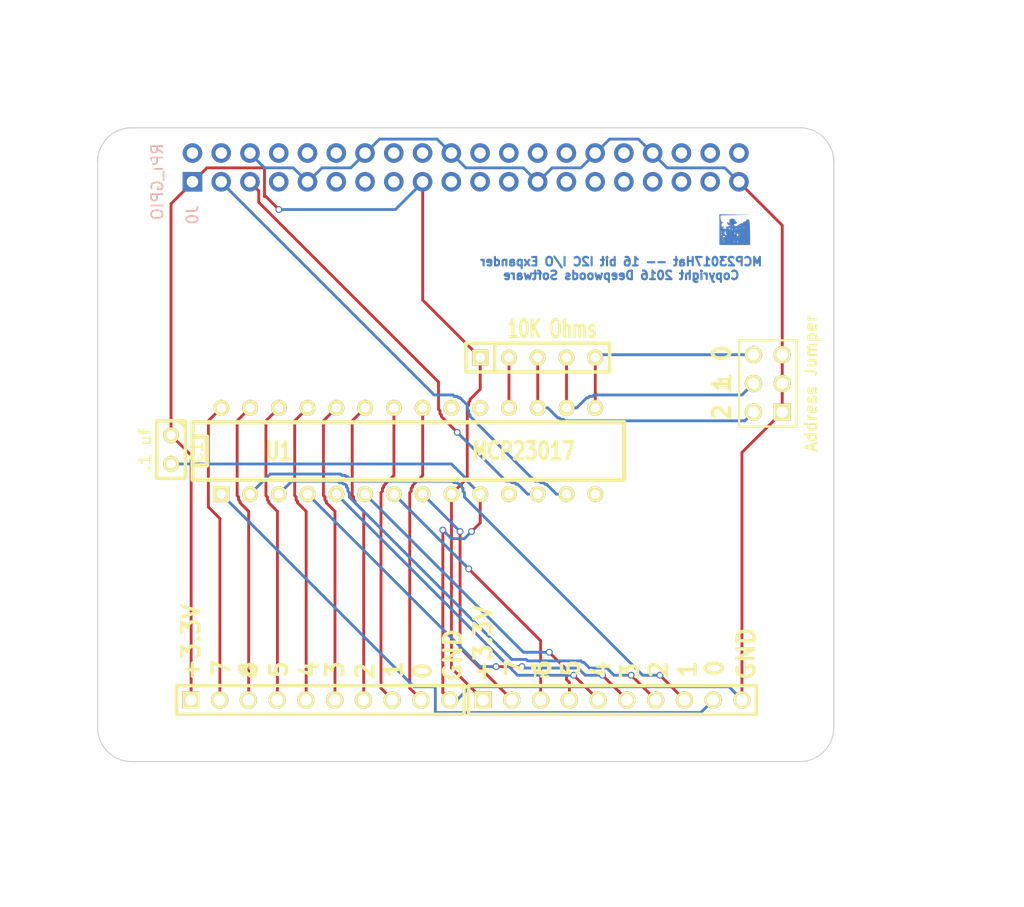
<source format=kicad_pcb>
(kicad_pcb (version 3) (host pcbnew "(2013-june-11)-stable")

  (general
    (links 45)
    (no_connects 0)
    (area 29.28939 20.694 130.847429 101.769)
    (thickness 1.6)
    (drawings 40)
    (tracks 296)
    (zones 0)
    (modules 12)
    (nets 25)
  )

  (page USLetter)
  (title_block 
    (company "Deepwoods Software")
  )

  (layers
    (15 F.Cu signal)
    (0 B.Cu signal)
    (16 B.Adhes user)
    (17 F.Adhes user)
    (18 B.Paste user)
    (19 F.Paste user)
    (20 B.SilkS user)
    (21 F.SilkS user)
    (22 B.Mask user)
    (23 F.Mask user)
    (24 Dwgs.User user)
    (25 Cmts.User user)
    (26 Eco1.User user)
    (27 Eco2.User user)
    (28 Edge.Cuts user)
  )

  (setup
    (last_trace_width 0.25)
    (user_trace_width 0.01)
    (user_trace_width 0.02)
    (user_trace_width 0.05)
    (user_trace_width 0.1)
    (user_trace_width 0.2)
    (trace_clearance 0.2)
    (zone_clearance 0.508)
    (zone_45_only no)
    (trace_min 0.01)
    (segment_width 0.2)
    (edge_width 0.1)
    (via_size 0.6)
    (via_drill 0.4)
    (via_min_size 0.4)
    (via_min_drill 0.3)
    (uvia_size 0.3)
    (uvia_drill 0.1)
    (uvias_allowed no)
    (uvia_min_size 0.2)
    (uvia_min_drill 0.1)
    (pcb_text_width 0.3)
    (pcb_text_size 1.5 1.5)
    (mod_edge_width 0.15)
    (mod_text_size 1 1)
    (mod_text_width 0.15)
    (pad_size 2.75 2.75)
    (pad_drill 2.75)
    (pad_to_mask_clearance 0)
    (aux_axis_origin 0 0)
    (visible_elements 7FFEFFFF)
    (pcbplotparams
      (layerselection 5242881)
      (usegerberextensions false)
      (excludeedgelayer false)
      (linewidth 0.100000)
      (plotframeref false)
      (viasonmask false)
      (mode 1)
      (useauxorigin false)
      (hpglpennumber 1)
      (hpglpenspeed 20)
      (hpglpendiameter 15)
      (hpglpenoverlay 2)
      (psnegative false)
      (psa4output false)
      (plotreference true)
      (plotvalue true)
      (plotothertext true)
      (plotinvisibletext false)
      (padsonsilk false)
      (subtractmaskfromsilk false)
      (outputformat 2)
      (mirror true)
      (drillshape 0)
      (scaleselection 1)
      (outputdirectory meta/))
  )

  (net 0 "")
  (net 1 N-000001)
  (net 2 N-0000010)
  (net 3 N-0000011)
  (net 4 N-0000012)
  (net 5 N-0000013)
  (net 6 N-0000014)
  (net 7 N-0000015)
  (net 8 N-0000016)
  (net 9 N-0000017)
  (net 10 N-000002)
  (net 11 N-0000020)
  (net 12 N-0000021)
  (net 13 N-000003)
  (net 14 N-000004)
  (net 15 N-000005)
  (net 16 N-0000053)
  (net 17 N-0000054)
  (net 18 N-0000055)
  (net 19 N-000006)
  (net 20 N-000007)
  (net 21 N-000008)
  (net 22 N-000009)
  (net 23 VDD)
  (net 24 VSS)

  (net_class Default "This is the default net class."
    (clearance 0.2)
    (trace_width 0.25)
    (via_dia 0.6)
    (via_drill 0.4)
    (uvia_dia 0.3)
    (uvia_drill 0.1)
    (add_net "")
    (add_net N-000001)
    (add_net N-0000010)
    (add_net N-0000011)
    (add_net N-0000012)
    (add_net N-0000013)
    (add_net N-0000014)
    (add_net N-0000015)
    (add_net N-0000016)
    (add_net N-0000017)
    (add_net N-000002)
    (add_net N-0000020)
    (add_net N-0000021)
    (add_net N-000003)
    (add_net N-000004)
    (add_net N-000005)
    (add_net N-0000053)
    (add_net N-0000054)
    (add_net N-0000055)
    (add_net N-000006)
    (add_net N-000007)
    (add_net N-000008)
    (add_net N-000009)
    (add_net VDD)
    (add_net VSS)
  )

  (module SIL-5 (layer F.Cu) (tedit 583893CC) (tstamp 58389148)
    (at 78.232 52.197)
    (descr "Connecteur 5 pins")
    (tags "CONN DEV")
    (path /583890F5)
    (fp_text reference RR1 (at -0.635 -2.54) (layer F.SilkS) hide
      (effects (font (size 1.72974 1.08712) (thickness 0.27178)))
    )
    (fp_text value "10K Ohms" (at 0 -2.54) (layer F.SilkS)
      (effects (font (size 1.524 1.016) (thickness 0.254)))
    )
    (fp_line (start -7.62 1.27) (end -7.62 -1.27) (layer F.SilkS) (width 0.3048))
    (fp_line (start -7.62 -1.27) (end 5.08 -1.27) (layer F.SilkS) (width 0.3048))
    (fp_line (start 5.08 -1.27) (end 5.08 1.27) (layer F.SilkS) (width 0.3048))
    (fp_line (start 5.08 1.27) (end -7.62 1.27) (layer F.SilkS) (width 0.3048))
    (fp_line (start -5.08 1.27) (end -5.08 -1.27) (layer F.SilkS) (width 0.3048))
    (pad 1 thru_hole rect (at -6.35 0) (size 1.397 1.397) (drill 0.8128)
      (layers *.Cu *.Mask F.SilkS)
      (net 23 VDD)
    )
    (pad 2 thru_hole circle (at -3.81 0) (size 1.397 1.397) (drill 0.8128)
      (layers *.Cu *.Mask F.SilkS)
      (net 12 N-0000021)
    )
    (pad 3 thru_hole circle (at -1.27 0) (size 1.397 1.397) (drill 0.8128)
      (layers *.Cu *.Mask F.SilkS)
      (net 16 N-0000053)
    )
    (pad 4 thru_hole circle (at 1.27 0) (size 1.397 1.397) (drill 0.8128)
      (layers *.Cu *.Mask F.SilkS)
      (net 17 N-0000054)
    )
    (pad 5 thru_hole circle (at 3.81 0) (size 1.397 1.397) (drill 0.8128)
      (layers *.Cu *.Mask F.SilkS)
      (net 18 N-0000055)
    )
    (model walter/pth_resistors/r-sil_5.wrl
      (at (xyz -0.05 0 0))
      (scale (xyz 1 1 1))
      (rotate (xyz 0 0 0))
    )
  )

  (module ScrewTerm_2.54-10 (layer F.Cu) (tedit 59344AD6) (tstamp 5936EFF1)
    (at 77.216 82.4484)
    (descr "Screw Terminals, 2.54 pitch, 10 position")
    (tags CONN)
    (path /581E3F5A)
    (fp_text reference T2 (at 0 -2.54) (layer F.SilkS)
      (effects (font (size 1.016 1.016) (thickness 0.2032)))
    )
    (fp_text value GP1 (at 0 2.54) (layer F.SilkS) hide
      (effects (font (size 1.016 1.016) (thickness 0.2032)))
    )
    (fp_line (start -6.35 -1.27) (end -6.35 1.27) (layer F.SilkS) (width 0.3048))
    (fp_line (start 19.05 1.27) (end 19.05 -1.27) (layer F.SilkS) (width 0.3048))
    (fp_line (start -6.35 -1.27) (end 19.05 -1.27) (layer F.SilkS) (width 0.3048))
    (fp_line (start 19.05 1.27) (end -6.35 1.27) (layer F.SilkS) (width 0.3048))
    (pad 1 thru_hole rect (at -5.08 0) (size 1.524 1.524) (drill 1.016)
      (layers *.Cu *.Mask F.SilkS)
      (net 23 VDD)
    )
    (pad 2 thru_hole circle (at -2.54 0) (size 1.524 1.524) (drill 1.016)
      (layers *.Cu *.Mask F.SilkS)
      (net 10 N-000002)
    )
    (pad 3 thru_hole circle (at 0 0) (size 1.524 1.524) (drill 1.016)
      (layers *.Cu *.Mask F.SilkS)
      (net 13 N-000003)
    )
    (pad 4 thru_hole circle (at 2.54 0) (size 1.524 1.524) (drill 1.016)
      (layers *.Cu *.Mask F.SilkS)
      (net 14 N-000004)
    )
    (pad 5 thru_hole circle (at 5.08 0) (size 1.524 1.524) (drill 1.016)
      (layers *.Cu *.Mask F.SilkS)
      (net 15 N-000005)
    )
    (pad 6 thru_hole circle (at 7.62 0) (size 1.524 1.524) (drill 1.016)
      (layers *.Cu *.Mask F.SilkS)
      (net 19 N-000006)
    )
    (pad 7 thru_hole circle (at 10.16 0) (size 1.524 1.524) (drill 1.016)
      (layers *.Cu *.Mask F.SilkS)
      (net 20 N-000007)
    )
    (pad 8 thru_hole circle (at 12.7 0) (size 1.524 1.524) (drill 1.016)
      (layers *.Cu *.Mask F.SilkS)
      (net 21 N-000008)
    )
    (pad 9 thru_hole circle (at 15.24 0) (size 1.524 1.524) (drill 1.016)
      (layers *.Cu *.Mask F.SilkS)
      (net 22 N-000009)
    )
    (pad 10 thru_hole circle (at 17.78 0) (size 1.524 1.524) (drill 1.016)
      (layers *.Cu *.Mask F.SilkS)
      (net 24 VSS)
    )
    (model walter/conn_screw/mors_10p.wrl
      (at (xyz 0.25 0 0))
      (scale (xyz 0.5 0.5 0.5))
      (rotate (xyz 0 0 180))
    )
  )

  (module ScrewTerm_2.54-10 (layer F.Cu) (tedit 59344AD6) (tstamp 0)
    (at 51.4096 82.4484)
    (descr "Screw Terminals, 2.54 pitch, 10 position")
    (tags CONN)
    (path /581E3F5A)
    (fp_text reference T1 (at 0 -2.54) (layer F.SilkS)
      (effects (font (size 1.016 1.016) (thickness 0.2032)))
    )
    (fp_text value GP0 (at 0 2.54) (layer F.SilkS) hide
      (effects (font (size 1.016 1.016) (thickness 0.2032)))
    )
    (fp_line (start -6.35 -1.27) (end -6.35 1.27) (layer F.SilkS) (width 0.3048))
    (fp_line (start 19.05 1.27) (end 19.05 -1.27) (layer F.SilkS) (width 0.3048))
    (fp_line (start -6.35 -1.27) (end 19.05 -1.27) (layer F.SilkS) (width 0.3048))
    (fp_line (start 19.05 1.27) (end -6.35 1.27) (layer F.SilkS) (width 0.3048))
    (pad 1 thru_hole rect (at -5.08 0) (size 1.524 1.524) (drill 1.016)
      (layers *.Cu *.Mask F.SilkS)
      (net 23 VDD)
    )
    (pad 2 thru_hole circle (at -2.54 0) (size 1.524 1.524) (drill 1.016)
      (layers *.Cu *.Mask F.SilkS)
      (net 2 N-0000010)
    )
    (pad 3 thru_hole circle (at 0 0) (size 1.524 1.524) (drill 1.016)
      (layers *.Cu *.Mask F.SilkS)
      (net 3 N-0000011)
    )
    (pad 4 thru_hole circle (at 2.54 0) (size 1.524 1.524) (drill 1.016)
      (layers *.Cu *.Mask F.SilkS)
      (net 4 N-0000012)
    )
    (pad 5 thru_hole circle (at 5.08 0) (size 1.524 1.524) (drill 1.016)
      (layers *.Cu *.Mask F.SilkS)
      (net 5 N-0000013)
    )
    (pad 6 thru_hole circle (at 7.62 0) (size 1.524 1.524) (drill 1.016)
      (layers *.Cu *.Mask F.SilkS)
      (net 6 N-0000014)
    )
    (pad 7 thru_hole circle (at 10.16 0) (size 1.524 1.524) (drill 1.016)
      (layers *.Cu *.Mask F.SilkS)
      (net 7 N-0000015)
    )
    (pad 8 thru_hole circle (at 12.7 0) (size 1.524 1.524) (drill 1.016)
      (layers *.Cu *.Mask F.SilkS)
      (net 11 N-0000020)
    )
    (pad 9 thru_hole circle (at 15.24 0) (size 1.524 1.524) (drill 1.016)
      (layers *.Cu *.Mask F.SilkS)
      (net 1 N-000001)
    )
    (pad 10 thru_hole circle (at 17.78 0) (size 1.524 1.524) (drill 1.016)
      (layers *.Cu *.Mask F.SilkS)
      (net 24 VSS)
    )
    (model walter/conn_screw/mors_10p.wrl
      (at (xyz 0.25 0 0))
      (scale (xyz 0.5 0.5 0.5))
      (rotate (xyz 0 0 180))
    )
  )

  (module RPi_Hat:Pin_Header_Straight_2x20   locked (layer B.Cu) (tedit 580FA54B) (tstamp 5516AEA0)
    (at 70.601 35.394 90)
    (descr "Through hole pin header")
    (tags "pin header")
    (path /5516AE26)
    (fp_text reference J0 (at -4.191 -24.13 90) (layer B.SilkS)
      (effects (font (size 1 1) (thickness 0.15)) (justify mirror))
    )
    (fp_text value RPi_GPIO (at -1.27 -27.23 90) (layer B.SilkS)
      (effects (font (size 1 1) (thickness 0.15)) (justify mirror))
    )
    (fp_line (start -3.02 -25.88) (end -3.02 25.92) (layer Cmts.User) (width 0.05))
    (fp_line (start 3.03 -25.88) (end 3.03 25.92) (layer Cmts.User) (width 0.05))
    (fp_line (start -3.02 -25.88) (end 3.03 -25.88) (layer Cmts.User) (width 0.05))
    (fp_line (start -3.02 25.92) (end 3.03 25.92) (layer Cmts.User) (width 0.05))
    (fp_line (start 2.54 25.4) (end 2.54 -25.4) (layer Cmts.User) (width 0.15))
    (fp_line (start -2.54 -22.86) (end -2.54 25.4) (layer Cmts.User) (width 0.15))
    (fp_line (start 2.54 25.4) (end -2.54 25.4) (layer Cmts.User) (width 0.15))
    (fp_line (start 2.54 -25.4) (end 0 -25.4) (layer Cmts.User) (width 0.15))
    (fp_line (start -1.27 -25.68) (end -2.82 -25.68) (layer Cmts.User) (width 0.15))
    (fp_line (start 0 -25.4) (end 0 -22.86) (layer Cmts.User) (width 0.15))
    (fp_line (start 0 -22.86) (end -2.54 -22.86) (layer Cmts.User) (width 0.15))
    (fp_line (start -2.82 -25.68) (end -2.82 -24.13) (layer Cmts.User) (width 0.15))
    (pad 1 thru_hole rect (at -1.27 -24.13 90) (size 1.7272 1.7272) (drill 1.016)
      (layers *.Cu *.Mask)
      (net 23 VDD)
    )
    (pad 2 thru_hole oval (at 1.27 -24.13 90) (size 1.7272 1.7272) (drill 1.016)
      (layers *.Cu *.Mask)
    )
    (pad 3 thru_hole oval (at -1.27 -21.59 90) (size 1.7272 1.7272) (drill 1.016)
      (layers *.Cu *.Mask)
      (net 9 N-0000017)
    )
    (pad 4 thru_hole oval (at 1.27 -21.59 90) (size 1.7272 1.7272) (drill 1.016)
      (layers *.Cu *.Mask)
    )
    (pad 5 thru_hole oval (at -1.27 -19.05 90) (size 1.7272 1.7272) (drill 1.016)
      (layers *.Cu *.Mask)
      (net 8 N-0000016)
    )
    (pad 6 thru_hole oval (at 1.27 -19.05 90) (size 1.7272 1.7272) (drill 1.016)
      (layers *.Cu *.Mask)
      (net 24 VSS)
    )
    (pad 7 thru_hole oval (at -1.27 -16.51 90) (size 1.7272 1.7272) (drill 1.016)
      (layers *.Cu *.Mask)
    )
    (pad 8 thru_hole oval (at 1.27 -16.51 90) (size 1.7272 1.7272) (drill 1.016)
      (layers *.Cu *.Mask)
    )
    (pad 9 thru_hole oval (at -1.27 -13.97 90) (size 1.7272 1.7272) (drill 1.016)
      (layers *.Cu *.Mask)
      (net 24 VSS)
    )
    (pad 10 thru_hole oval (at 1.27 -13.97 90) (size 1.7272 1.7272) (drill 1.016)
      (layers *.Cu *.Mask)
    )
    (pad 11 thru_hole oval (at -1.27 -11.43 90) (size 1.7272 1.7272) (drill 1.016)
      (layers *.Cu *.Mask)
    )
    (pad 12 thru_hole oval (at 1.27 -11.43 90) (size 1.7272 1.7272) (drill 1.016)
      (layers *.Cu *.Mask)
    )
    (pad 13 thru_hole oval (at -1.27 -8.89 90) (size 1.7272 1.7272) (drill 1.016)
      (layers *.Cu *.Mask)
    )
    (pad 14 thru_hole oval (at 1.27 -8.89 90) (size 1.7272 1.7272) (drill 1.016)
      (layers *.Cu *.Mask)
      (net 24 VSS)
    )
    (pad 15 thru_hole oval (at -1.27 -6.35 90) (size 1.7272 1.7272) (drill 1.016)
      (layers *.Cu *.Mask)
    )
    (pad 16 thru_hole oval (at 1.27 -6.35 90) (size 1.7272 1.7272) (drill 1.016)
      (layers *.Cu *.Mask)
    )
    (pad 17 thru_hole oval (at -1.27 -3.81 90) (size 1.7272 1.7272) (drill 1.016)
      (layers *.Cu *.Mask)
      (net 23 VDD)
    )
    (pad 18 thru_hole oval (at 1.27 -3.81 90) (size 1.7272 1.7272) (drill 1.016)
      (layers *.Cu *.Mask)
    )
    (pad 19 thru_hole oval (at -1.27 -1.27 90) (size 1.7272 1.7272) (drill 1.016)
      (layers *.Cu *.Mask)
    )
    (pad 20 thru_hole oval (at 1.27 -1.27 90) (size 1.7272 1.7272) (drill 1.016)
      (layers *.Cu *.Mask)
      (net 24 VSS)
    )
    (pad 21 thru_hole oval (at -1.27 1.27 90) (size 1.7272 1.7272) (drill 1.016)
      (layers *.Cu *.Mask)
    )
    (pad 22 thru_hole oval (at 1.27 1.27 90) (size 1.7272 1.7272) (drill 1.016)
      (layers *.Cu *.Mask)
    )
    (pad 23 thru_hole oval (at -1.27 3.81 90) (size 1.7272 1.7272) (drill 1.016)
      (layers *.Cu *.Mask)
    )
    (pad 24 thru_hole oval (at 1.27 3.81 90) (size 1.7272 1.7272) (drill 1.016)
      (layers *.Cu *.Mask)
    )
    (pad 25 thru_hole oval (at -1.27 6.35 90) (size 1.7272 1.7272) (drill 1.016)
      (layers *.Cu *.Mask)
      (net 24 VSS)
    )
    (pad 26 thru_hole oval (at 1.27 6.35 90) (size 1.7272 1.7272) (drill 1.016)
      (layers *.Cu *.Mask)
    )
    (pad 27 thru_hole oval (at -1.27 8.89 90) (size 1.7272 1.7272) (drill 1.016)
      (layers *.Cu *.Mask)
    )
    (pad 28 thru_hole oval (at 1.27 8.89 90) (size 1.7272 1.7272) (drill 1.016)
      (layers *.Cu *.Mask)
    )
    (pad 29 thru_hole oval (at -1.27 11.43 90) (size 1.7272 1.7272) (drill 1.016)
      (layers *.Cu *.Mask)
    )
    (pad 30 thru_hole oval (at 1.27 11.43 90) (size 1.7272 1.7272) (drill 1.016)
      (layers *.Cu *.Mask)
      (net 24 VSS)
    )
    (pad 31 thru_hole oval (at -1.27 13.97 90) (size 1.7272 1.7272) (drill 1.016)
      (layers *.Cu *.Mask)
    )
    (pad 32 thru_hole oval (at 1.27 13.97 90) (size 1.7272 1.7272) (drill 1.016)
      (layers *.Cu *.Mask)
    )
    (pad 33 thru_hole oval (at -1.27 16.51 90) (size 1.7272 1.7272) (drill 1.016)
      (layers *.Cu *.Mask)
    )
    (pad 34 thru_hole oval (at 1.27 16.51 90) (size 1.7272 1.7272) (drill 1.016)
      (layers *.Cu *.Mask)
      (net 24 VSS)
    )
    (pad 35 thru_hole oval (at -1.27 19.05 90) (size 1.7272 1.7272) (drill 1.016)
      (layers *.Cu *.Mask)
    )
    (pad 36 thru_hole oval (at 1.27 19.05 90) (size 1.7272 1.7272) (drill 1.016)
      (layers *.Cu *.Mask)
    )
    (pad 37 thru_hole oval (at -1.27 21.59 90) (size 1.7272 1.7272) (drill 1.016)
      (layers *.Cu *.Mask)
    )
    (pad 38 thru_hole oval (at 1.27 21.59 90) (size 1.7272 1.7272) (drill 1.016)
      (layers *.Cu *.Mask)
    )
    (pad 39 thru_hole oval (at -1.27 24.13 90) (size 1.7272 1.7272) (drill 1.016)
      (layers *.Cu *.Mask)
      (net 24 VSS)
    )
    (pad 40 thru_hole oval (at 1.27 24.13 90) (size 1.7272 1.7272) (drill 1.016)
      (layers *.Cu *.Mask)
    )
    (model walter/pin_strip/pin_socket_20x2.wrl
      (at (xyz 0 0 0))
      (scale (xyz 1 1 1))
      (rotate (xyz 0 0 90))
    )
    (model walter/pin_strip/pin_strip_20x2.wrl
      (at (xyz 0 0 0.03125))
      (scale (xyz 1 1 1))
      (rotate (xyz 180 0 90))
    )
  )

  (module RPi_Hat:RPi_Hat_Mounting_Hole   locked (layer B.Cu) (tedit 580FABD5) (tstamp 5515DEA9)
    (at 99.601 35.394)
    (descr "Mounting hole, Befestigungsbohrung, 2,7mm, No Annular, Kein Restring,")
    (tags "Mounting hole, Befestigungsbohrung, 2,7mm, No Annular, Kein Restring,")
    (fp_text reference H2 (at 0 -4.0005) (layer B.SilkS) hide
      (effects (font (size 1 1) (thickness 0.15)) (justify mirror))
    )
    (fp_text value "" (at 0.09906 3.59918) (layer B.SilkS) hide
      (effects (font (size 1 1) (thickness 0.15)) (justify mirror))
    )
    (fp_circle (center 0 0) (end 1.375 0) (layer Cmts.User) (width 0.15))
    (fp_circle (center 0 0) (end 3.1 0) (layer Cmts.User) (width 0.15))
    (fp_circle (center 0 0) (end 3.1 0) (layer Cmts.User) (width 0.15))
    (fp_circle (center 0 0) (end 1.375 0) (layer Cmts.User) (width 0.15))
    (fp_circle (center 0 0) (end 3.1 0) (layer Cmts.User) (width 0.15))
    (fp_circle (center 0 0) (end 3.1 0) (layer Cmts.User) (width 0.15))
    (pad "" np_thru_hole circle (at 0 0) (size 2.75 2.75) (drill 2.75)
      (layers *.Cu *.Mask)
      (solder_mask_margin 1.725)
      (clearance 1.725)
    )
  )

  (module RPi_Hat:RPi_Hat_Mounting_Hole   locked (layer B.Cu) (tedit 580FABF4) (tstamp 55169DC9)
    (at 99.601 84.394)
    (descr "Mounting hole, Befestigungsbohrung, 2,7mm, No Annular, Kein Restring,")
    (tags "Mounting hole, Befestigungsbohrung, 2,7mm, No Annular, Kein Restring,")
    (fp_text reference H4 (at 0 -4.0005) (layer B.SilkS) hide
      (effects (font (size 1 1) (thickness 0.15)) (justify mirror))
    )
    (fp_text value "" (at 0.09906 3.59918) (layer B.SilkS) hide
      (effects (font (size 1 1) (thickness 0.15)) (justify mirror))
    )
    (fp_circle (center 0 0) (end 1.375 0) (layer Cmts.User) (width 0.15))
    (fp_circle (center 0 0) (end 3.1 0) (layer Cmts.User) (width 0.15))
    (fp_circle (center 0 0) (end 3.1 0) (layer Cmts.User) (width 0.15))
    (fp_circle (center 0 0) (end 1.375 0) (layer Cmts.User) (width 0.15))
    (fp_circle (center 0 0) (end 3.1 0) (layer Cmts.User) (width 0.15))
    (fp_circle (center 0 0) (end 3.1 0) (layer Cmts.User) (width 0.15))
    (pad "" np_thru_hole circle (at 0 0) (size 2.75 2.75) (drill 2.75)
      (layers *.Cu *.Mask)
      (solder_mask_margin 1.725)
      (clearance 1.725)
    )
  )

  (module RPi_Hat:RPi_Hat_Mounting_Hole   locked (layer B.Cu) (tedit 580FABE5) (tstamp 5515DECC)
    (at 41.601 84.394)
    (descr "Mounting hole, Befestigungsbohrung, 2,7mm, No Annular, Kein Restring,")
    (tags "Mounting hole, Befestigungsbohrung, 2,7mm, No Annular, Kein Restring,")
    (fp_text reference H3 (at 0 -4.0005) (layer B.SilkS) hide
      (effects (font (size 1 1) (thickness 0.15)) (justify mirror))
    )
    (fp_text value "" (at 0.09906 3.59918) (layer B.SilkS) hide
      (effects (font (size 1 1) (thickness 0.15)) (justify mirror))
    )
    (fp_circle (center 0 0) (end 1.375 0) (layer Cmts.User) (width 0.15))
    (fp_circle (center 0 0) (end 3.1 0) (layer Cmts.User) (width 0.15))
    (fp_circle (center 0 0) (end 3.1 0) (layer Cmts.User) (width 0.15))
    (fp_circle (center 0 0) (end 1.375 0) (layer Cmts.User) (width 0.15))
    (fp_circle (center 0 0) (end 3.1 0) (layer Cmts.User) (width 0.15))
    (fp_circle (center 0 0) (end 3.1 0) (layer Cmts.User) (width 0.15))
    (pad "" np_thru_hole circle (at 0 0) (size 2.75 2.75) (drill 2.75)
      (layers *.Cu *.Mask)
      (solder_mask_margin 1.725)
      (clearance 1.725)
    )
  )

  (module RPi_Hat:RPi_Hat_Mounting_Hole   locked (layer B.Cu) (tedit 580FABC5) (tstamp 5515DEBF)
    (at 41.601 35.394)
    (descr "Mounting hole, Befestigungsbohrung, 2,7mm, No Annular, Kein Restring,")
    (tags "Mounting hole, Befestigungsbohrung, 2,7mm, No Annular, Kein Restring,")
    (fp_text reference H1 (at 0 -4.0005) (layer B.SilkS) hide
      (effects (font (size 1 1) (thickness 0.15)) (justify mirror))
    )
    (fp_text value "" (at 0.09906 3.59918) (layer B.SilkS) hide
      (effects (font (size 1 1) (thickness 0.15)) (justify mirror))
    )
    (fp_circle (center 0 0) (end 1.375 0) (layer Cmts.User) (width 0.15))
    (fp_circle (center 0 0) (end 3.1 0) (layer Cmts.User) (width 0.15))
    (fp_circle (center 0 0) (end 3.1 0) (layer Cmts.User) (width 0.15))
    (fp_circle (center 0 0) (end 1.375 0) (layer Cmts.User) (width 0.15))
    (fp_circle (center 0 0) (end 3.1 0) (layer Cmts.User) (width 0.15))
    (fp_circle (center 0 0) (end 3.1 0) (layer Cmts.User) (width 0.15))
    (pad "" np_thru_hole circle (at 0 0) (size 2.75 2.75) (drill 2.75)
      (layers *.Cu *.Mask)
      (solder_mask_margin 1.725)
      (clearance 1.725)
    )
  )

  (module pin_array_3x2 (layer F.Cu) (tedit 581F88EB) (tstamp 581F84E5)
    (at 97.282 54.483 90)
    (descr "Double rangee de contacts 2 x 4 pins")
    (tags CONN)
    (path /581F7DF9)
    (fp_text reference J1 (at 0 -3.81 90) (layer F.SilkS)
      (effects (font (size 1.016 1.016) (thickness 0.2032)))
    )
    (fp_text value "Address Jumper" (at 0 3.81 90) (layer F.SilkS)
      (effects (font (size 1.016 1.016) (thickness 0.2032)))
    )
    (fp_line (start 3.81 2.54) (end -3.81 2.54) (layer F.SilkS) (width 0.2032))
    (fp_line (start -3.81 -2.54) (end 3.81 -2.54) (layer F.SilkS) (width 0.2032))
    (fp_line (start 3.81 -2.54) (end 3.81 2.54) (layer F.SilkS) (width 0.2032))
    (fp_line (start -3.81 2.54) (end -3.81 -2.54) (layer F.SilkS) (width 0.2032))
    (pad 1 thru_hole rect (at -2.54 1.27 90) (size 1.524 1.524) (drill 1.016)
      (layers *.Cu *.Mask F.SilkS)
      (net 24 VSS)
    )
    (pad 2 thru_hole circle (at -2.54 -1.27 90) (size 1.524 1.524) (drill 1.016)
      (layers *.Cu *.Mask F.SilkS)
      (net 16 N-0000053)
    )
    (pad 3 thru_hole circle (at 0 1.27 90) (size 1.524 1.524) (drill 1.016)
      (layers *.Cu *.Mask F.SilkS)
      (net 24 VSS)
    )
    (pad 4 thru_hole circle (at 0 -1.27 90) (size 1.524 1.524) (drill 1.016)
      (layers *.Cu *.Mask F.SilkS)
      (net 17 N-0000054)
    )
    (pad 5 thru_hole circle (at 2.54 1.27 90) (size 1.524 1.524) (drill 1.016)
      (layers *.Cu *.Mask F.SilkS)
      (net 24 VSS)
    )
    (pad 6 thru_hole circle (at 2.54 -1.27 90) (size 1.524 1.524) (drill 1.016)
      (layers *.Cu *.Mask F.SilkS)
      (net 18 N-0000055)
    )
    (model pin_array/pins_array_3x2.wrl
      (at (xyz 0 0 0))
      (scale (xyz 1 1 1))
      (rotate (xyz 0 0 0))
    )
  )

  (module DIP-28__300   locked   placed (layer F.Cu) (tedit 200000) (tstamp 581F850C)
    (at 65.532 60.452)
    (descr "28 pins DIL package, round pads, width 300mil")
    (tags DIL)
    (path /58389039)
    (fp_text reference U1 (at -11.43 0) (layer F.SilkS)
      (effects (font (size 1.524 1.143) (thickness 0.3048)))
    )
    (fp_text value MCP23017 (at 10.16 0) (layer F.SilkS)
      (effects (font (size 1.524 1.143) (thickness 0.3048)))
    )
    (fp_line (start -19.05 -2.54) (end 19.05 -2.54) (layer F.SilkS) (width 0.381))
    (fp_line (start 19.05 -2.54) (end 19.05 2.54) (layer F.SilkS) (width 0.381))
    (fp_line (start 19.05 2.54) (end -19.05 2.54) (layer F.SilkS) (width 0.381))
    (fp_line (start -19.05 2.54) (end -19.05 -2.54) (layer F.SilkS) (width 0.381))
    (fp_line (start -19.05 -1.27) (end -17.78 -1.27) (layer F.SilkS) (width 0.381))
    (fp_line (start -17.78 -1.27) (end -17.78 1.27) (layer F.SilkS) (width 0.381))
    (fp_line (start -17.78 1.27) (end -19.05 1.27) (layer F.SilkS) (width 0.381))
    (pad 2 thru_hole circle (at -13.97 3.81) (size 1.397 1.397) (drill 0.8128)
      (layers *.Cu *.Mask F.SilkS)
      (net 21 N-000008)
    )
    (pad 3 thru_hole circle (at -11.43 3.81) (size 1.397 1.397) (drill 0.8128)
      (layers *.Cu *.Mask F.SilkS)
      (net 20 N-000007)
    )
    (pad 4 thru_hole circle (at -8.89 3.81) (size 1.397 1.397) (drill 0.8128)
      (layers *.Cu *.Mask F.SilkS)
      (net 19 N-000006)
    )
    (pad 5 thru_hole circle (at -6.35 3.81) (size 1.397 1.397) (drill 0.8128)
      (layers *.Cu *.Mask F.SilkS)
      (net 15 N-000005)
    )
    (pad 6 thru_hole circle (at -3.81 3.81) (size 1.397 1.397) (drill 0.8128)
      (layers *.Cu *.Mask F.SilkS)
      (net 14 N-000004)
    )
    (pad 7 thru_hole circle (at -1.27 3.81) (size 1.397 1.397) (drill 0.8128)
      (layers *.Cu *.Mask F.SilkS)
      (net 13 N-000003)
    )
    (pad 8 thru_hole circle (at 1.27 3.81) (size 1.397 1.397) (drill 0.8128)
      (layers *.Cu *.Mask F.SilkS)
      (net 10 N-000002)
    )
    (pad 9 thru_hole circle (at 3.81 3.81) (size 1.397 1.397) (drill 0.8128)
      (layers *.Cu *.Mask F.SilkS)
      (net 23 VDD)
    )
    (pad 10 thru_hole circle (at 6.35 3.81) (size 1.397 1.397) (drill 0.8128)
      (layers *.Cu *.Mask F.SilkS)
      (net 24 VSS)
    )
    (pad 11 thru_hole circle (at 8.89 3.81) (size 1.397 1.397) (drill 0.8128)
      (layers *.Cu *.Mask F.SilkS)
    )
    (pad 12 thru_hole circle (at 11.43 3.81) (size 1.397 1.397) (drill 0.8128)
      (layers *.Cu *.Mask F.SilkS)
      (net 8 N-0000016)
    )
    (pad 13 thru_hole circle (at 13.97 3.81) (size 1.397 1.397) (drill 0.8128)
      (layers *.Cu *.Mask F.SilkS)
      (net 9 N-0000017)
    )
    (pad 14 thru_hole circle (at 16.51 3.81) (size 1.397 1.397) (drill 0.8128)
      (layers *.Cu *.Mask F.SilkS)
    )
    (pad 1 thru_hole rect (at -16.51 3.81) (size 1.397 1.397) (drill 0.8128)
      (layers *.Cu *.Mask F.SilkS)
      (net 22 N-000009)
    )
    (pad 15 thru_hole circle (at 16.51 -3.81) (size 1.397 1.397) (drill 0.8128)
      (layers *.Cu *.Mask F.SilkS)
      (net 18 N-0000055)
    )
    (pad 16 thru_hole circle (at 13.97 -3.81) (size 1.397 1.397) (drill 0.8128)
      (layers *.Cu *.Mask F.SilkS)
      (net 17 N-0000054)
    )
    (pad 17 thru_hole circle (at 11.43 -3.81) (size 1.397 1.397) (drill 0.8128)
      (layers *.Cu *.Mask F.SilkS)
      (net 16 N-0000053)
    )
    (pad 18 thru_hole circle (at 8.89 -3.81) (size 1.397 1.397) (drill 0.8128)
      (layers *.Cu *.Mask F.SilkS)
      (net 12 N-0000021)
    )
    (pad 19 thru_hole circle (at 6.35 -3.81) (size 1.397 1.397) (drill 0.8128)
      (layers *.Cu *.Mask F.SilkS)
    )
    (pad 20 thru_hole circle (at 3.81 -3.81) (size 1.397 1.397) (drill 0.8128)
      (layers *.Cu *.Mask F.SilkS)
    )
    (pad 21 thru_hole circle (at 1.27 -3.81) (size 1.397 1.397) (drill 0.8128)
      (layers *.Cu *.Mask F.SilkS)
      (net 1 N-000001)
    )
    (pad 22 thru_hole circle (at -1.27 -3.81) (size 1.397 1.397) (drill 0.8128)
      (layers *.Cu *.Mask F.SilkS)
      (net 11 N-0000020)
    )
    (pad 23 thru_hole circle (at -3.81 -3.81) (size 1.397 1.397) (drill 0.8128)
      (layers *.Cu *.Mask F.SilkS)
      (net 7 N-0000015)
    )
    (pad 24 thru_hole circle (at -6.35 -3.81) (size 1.397 1.397) (drill 0.8128)
      (layers *.Cu *.Mask F.SilkS)
      (net 6 N-0000014)
    )
    (pad 25 thru_hole circle (at -8.89 -3.81) (size 1.397 1.397) (drill 0.8128)
      (layers *.Cu *.Mask F.SilkS)
      (net 5 N-0000013)
    )
    (pad 26 thru_hole circle (at -11.43 -3.81) (size 1.397 1.397) (drill 0.8128)
      (layers *.Cu *.Mask F.SilkS)
      (net 4 N-0000012)
    )
    (pad 27 thru_hole circle (at -13.97 -3.81) (size 1.397 1.397) (drill 0.8128)
      (layers *.Cu *.Mask F.SilkS)
      (net 3 N-0000011)
    )
    (pad 28 thru_hole circle (at -16.51 -3.81) (size 1.397 1.397) (drill 0.8128)
      (layers *.Cu *.Mask F.SilkS)
      (net 2 N-0000010)
    )
    (model dil/dil_28-w300.wrl
      (at (xyz 0 0 0))
      (scale (xyz 1 1 1))
      (rotate (xyz 0 0 0))
    )
  )

  (module C1   locked   placed (layer F.Cu) (tedit 58389408) (tstamp 581F8522)
    (at 44.577 60.325 270)
    (descr "Condensateur e = 1 pas")
    (tags C)
    (path /581F8250)
    (fp_text reference C1 (at 0.254 -2.286 270) (layer F.SilkS)
      (effects (font (size 1.016 1.016) (thickness 0.2032)))
    )
    (fp_text value ".1 uf" (at 0 2.286 270) (layer F.SilkS)
      (effects (font (size 1.016 1.016) (thickness 0.2032)))
    )
    (fp_line (start -2.4892 -1.27) (end 2.54 -1.27) (layer F.SilkS) (width 0.3048))
    (fp_line (start 2.54 -1.27) (end 2.54 1.27) (layer F.SilkS) (width 0.3048))
    (fp_line (start 2.54 1.27) (end -2.54 1.27) (layer F.SilkS) (width 0.3048))
    (fp_line (start -2.54 1.27) (end -2.54 -1.27) (layer F.SilkS) (width 0.3048))
    (fp_line (start -2.54 -0.635) (end -1.905 -1.27) (layer F.SilkS) (width 0.3048))
    (pad 1 thru_hole circle (at -1.27 0 270) (size 1.397 1.397) (drill 0.8128)
      (layers *.Cu *.Mask F.SilkS)
      (net 23 VDD)
    )
    (pad 2 thru_hole circle (at 1.27 0 270) (size 1.397 1.397) (drill 0.8128)
      (layers *.Cu *.Mask F.SilkS)
      (net 24 VSS)
    )
    (model discret/capa_1_pas.wrl
      (at (xyz 0 0 0))
      (scale (xyz 1 1 1))
      (rotate (xyz 0 0 0))
    )
  )

  (module DWSLogoBCU (layer F.Cu) (tedit 0) (tstamp 583B3AC4)
    (at 94.361 40.894)
    (fp_text reference "" (at 0 0) (layer F.SilkS)
      (effects (font (size 1.524 1.524) (thickness 0.15)))
    )
    (fp_text value "" (at 0 0) (layer F.SilkS)
      (effects (font (size 1.524 1.524) (thickness 0.15)))
    )
    (fp_poly (pts (xy 1.397 -1.31826) (xy 0.0635 -1.29286) (xy -1.27 -1.26492) (xy -1.27 -1.01854)
      (xy -1.2192 -0.79502) (xy -1.12268 -0.6858) (xy -1.04648 -0.61722) (xy -1.0795 -0.5969)
      (xy -1.16586 -0.52324) (xy -1.18618 -0.42418) (xy -1.15824 -0.28956) (xy -1.12268 -0.26416)
      (xy -0.9779 -0.26416) (xy -0.97028 -0.20828) (xy -1.016 -0.17018) (xy -1.06934 -0.11176)
      (xy -0.9779 -0.0889) (xy -0.889 -0.0889) (xy -0.72898 -0.09906) (xy -0.7239 -0.1397)
      (xy -0.762 -0.17018) (xy -0.83312 -0.23368) (xy -0.75184 -0.254) (xy -0.71882 -0.254)
      (xy -0.51054 -0.30226) (xy -0.42418 -0.34798) (xy -0.34544 -0.41402) (xy -0.41148 -0.40386)
      (xy -0.43688 -0.3937) (xy -0.58166 -0.41656) (xy -0.62738 -0.47752) (xy -0.6731 -0.62738)
      (xy -0.635 -0.67564) (xy -0.58928 -0.67818) (xy -0.54102 -0.62484) (xy -0.5588 -0.57912)
      (xy -0.56896 -0.5207) (xy -0.52832 -0.53848) (xy -0.47244 -0.65532) (xy -0.48006 -0.75184)
      (xy -0.4572 -0.90424) (xy -0.30988 -0.9779) (xy -0.09144 -0.95758) (xy 0.04572 -0.86614)
      (xy 0.0635 -0.77216) (xy 0.09652 -0.66802) (xy 0.15494 -0.65786) (xy 0.22352 -0.63246)
      (xy 0.21336 -0.59436) (xy 0.0889 -0.51562) (xy 0.0381 -0.508) (xy -0.07366 -0.46482)
      (xy -0.05588 -0.37338) (xy 0.04318 -0.30734) (xy 0.19304 -0.32512) (xy 0.3429 -0.42926)
      (xy 0.49276 -0.53594) (xy 0.5969 -0.54864) (xy 0.69088 -0.56896) (xy 0.72898 -0.62992)
      (xy 0.80772 -0.71882) (xy 0.85598 -0.71374) (xy 0.94488 -0.7366) (xy 0.98298 -0.8001)
      (xy 1.08966 -0.91694) (xy 1.22428 -0.90678) (xy 1.2954 -0.81788) (xy 1.31318 -0.69088)
      (xy 1.32842 -0.43434) (xy 1.34112 -0.08382) (xy 1.34874 0.32512) (xy 1.35636 1.35382)
      (xy 0.84582 1.35382) (xy 0.84582 -0.21082) (xy 0.80518 -0.254) (xy 0.762 -0.21082)
      (xy 0.80518 -0.17018) (xy 0.84582 -0.21082) (xy 0.84582 1.35382) (xy 0.508 1.35382)
      (xy 0.508 -0.127) (xy 0.508 -0.381) (xy 0.46482 -0.42418) (xy 0.42418 -0.381)
      (xy 0.46482 -0.33782) (xy 0.508 -0.381) (xy 0.508 -0.127) (xy 0.46482 -0.17018)
      (xy 0.42418 -0.127) (xy 0.46482 -0.08382) (xy 0.508 -0.127) (xy 0.508 1.35382)
      (xy 0.33782 1.35382) (xy 0.33782 0.46482) (xy 0.2921 0.35306) (xy 0.254 0.33782)
      (xy 0.1778 0.4064) (xy 0.17018 0.46482) (xy 0.21336 0.57912) (xy 0.254 0.59182)
      (xy 0.32766 0.52324) (xy 0.33782 0.46482) (xy 0.33782 1.35382) (xy 0.32258 1.35382)
      (xy 0.32258 1.06934) (xy 0.30988 1.04394) (xy 0.20828 1.03378) (xy 0.19812 1.04394)
      (xy 0.20828 1.09474) (xy 0.254 1.09982) (xy 0.32258 1.06934) (xy 0.32258 1.35382)
      (xy 0.14986 1.35382) (xy 0.14986 -0.12954) (xy 0.1397 -0.14224) (xy 0.09144 -0.12954)
      (xy 0.08382 -0.08382) (xy 0.1143 -0.01524) (xy 0.1397 -0.02794) (xy 0.14986 -0.12954)
      (xy 0.14986 1.35382) (xy 0.06858 1.35382) (xy 0.06858 0.30734) (xy 0.05588 0.28194)
      (xy -0.04572 0.27178) (xy -0.05588 0.28194) (xy -0.04572 0.33274) (xy 0 0.33782)
      (xy 0.06858 0.30734) (xy 0.06858 1.35382) (xy 0 1.35382) (xy 0 1.05918)
      (xy -0.04318 1.016) (xy -0.08382 1.05918) (xy -0.04318 1.09982) (xy 0 1.05918)
      (xy 0 1.35382) (xy -0.17018 1.35382) (xy -0.17018 -0.29718) (xy -0.21082 -0.33782)
      (xy -0.254 -0.29718) (xy -0.21082 -0.254) (xy -0.17018 -0.29718) (xy -0.17018 1.35382)
      (xy -0.18796 1.35382) (xy -0.18796 -0.04572) (xy -0.19812 -0.05588) (xy -0.24892 -0.04572)
      (xy -0.254 0) (xy -0.22352 0.06858) (xy -0.19812 0.05588) (xy -0.18796 -0.04572)
      (xy -0.18796 1.35382) (xy -0.37846 1.35382) (xy -0.37846 -0.1524) (xy -0.4699 -0.14478)
      (xy -0.53086 -0.09652) (xy -0.5842 -0.0254) (xy -0.50038 -0.04318) (xy -0.4826 -0.04826)
      (xy -0.381 -0.1143) (xy -0.37846 -0.1524) (xy -0.37846 1.35382) (xy -0.6985 1.35382)
      (xy -0.6985 0.4953) (xy -0.70612 0.44958) (xy -0.75946 0.38354) (xy -0.81534 0.23368)
      (xy -0.8001 0.16002) (xy -0.78486 0.09652) (xy -0.83312 0.11938) (xy -0.92456 0.24638)
      (xy -0.89916 0.39116) (xy -0.8255 0.45212) (xy -0.6985 0.4953) (xy -0.6985 1.35382)
      (xy -0.84582 1.35382) (xy -0.84582 0.59436) (xy -0.90932 0.54864) (xy -0.97282 0.56134)
      (xy -1.08458 0.6223) (xy -1.09982 0.64262) (xy -1.03124 0.6731) (xy -0.97282 0.67818)
      (xy -0.86106 0.63246) (xy -0.84582 0.59436) (xy -0.84582 1.35382) (xy -0.93218 1.35382)
      (xy -0.93218 1.05918) (xy -0.97282 1.016) (xy -1.016 1.05918) (xy -1.016 0.889)
      (xy -1.05918 0.84582) (xy -1.09982 0.889) (xy -1.05918 0.93218) (xy -1.016 0.889)
      (xy -1.016 1.05918) (xy -0.97282 1.09982) (xy -0.93218 1.05918) (xy -0.93218 1.35382)
      (xy -1.11506 1.35382) (xy -1.11506 0.22352) (xy -1.1303 0.19812) (xy -1.22936 0.18796)
      (xy -1.24206 0.19812) (xy -1.22936 0.24638) (xy -1.18618 0.254) (xy -1.11506 0.22352)
      (xy -1.11506 1.35382) (xy -1.12014 1.35382) (xy -1.12014 0.37846) (xy -1.1303 0.36576)
      (xy -1.17856 0.37846) (xy -1.18618 0.42418) (xy -1.1557 0.49276) (xy -1.1303 0.48006)
      (xy -1.12014 0.37846) (xy -1.12014 1.35382) (xy -1.35382 1.35382) (xy -1.35382 0)
      (xy -1.35382 -1.35382) (xy 0.02032 -1.33604) (xy 1.397 -1.31826) (xy 1.397 -1.31826)) (layer B.Cu) (width 0.00254))
  )

  (gr_text "MCP23017Hat -- 16 bit I2C I/O Expander\nCopyright 2016 Deepwoods Software" (at 84.328 44.323) (layer B.Cu)
    (effects (font (size 0.75 0.75) (thickness 0.1875)) (justify mirror))
  )
  (gr_text +3.3V (at 72.136 77.47 90) (layer F.SilkS) (tstamp 581F8A76)
    (effects (font (size 1.5 1.5) (thickness 0.3)))
  )
  (gr_text 7 (at 49.022 79.629 90) (layer F.SilkS) (tstamp 581F8A75)
    (effects (font (size 1.5 1.5) (thickness 0.3)))
  )
  (gr_text 6 (at 51.435 79.756 90) (layer F.SilkS) (tstamp 581F8A74)
    (effects (font (size 1.5 1.5) (thickness 0.3)))
  )
  (gr_text 5 (at 54.102 79.756 90) (layer F.SilkS) (tstamp 581F8A73)
    (effects (font (size 1.5 1.5) (thickness 0.3)))
  )
  (gr_text 4 (at 56.769 79.756 90) (layer F.SilkS) (tstamp 581F8A72)
    (effects (font (size 1.5 1.5) (thickness 0.3)))
  )
  (gr_text 3 (at 59.055 79.756 90) (layer F.SilkS) (tstamp 581F8A71)
    (effects (font (size 1.5 1.5) (thickness 0.3)))
  )
  (gr_text 2 (at 61.722 79.883 90) (layer F.SilkS) (tstamp 581F8A70)
    (effects (font (size 1.5 1.5) (thickness 0.3)))
  )
  (gr_text 1 (at 64.262 79.756 90) (layer F.SilkS) (tstamp 581F8A6F)
    (effects (font (size 1.5 1.5) (thickness 0.3)))
  )
  (gr_text 0 (at 66.802 79.883 90) (layer F.SilkS) (tstamp 581F8A6E)
    (effects (font (size 1.5 1.5) (thickness 0.3)))
  )
  (gr_text GND (at 69.469 78.486 90) (layer F.SilkS) (tstamp 581F8A6D)
    (effects (font (size 1.5 1.5) (thickness 0.3)))
  )
  (gr_text GND (at 95.377 78.359 90) (layer F.SilkS)
    (effects (font (size 1.5 1.5) (thickness 0.3)))
  )
  (gr_text 0 (at 92.583 79.629 90) (layer F.SilkS)
    (effects (font (size 1.5 1.5) (thickness 0.3)))
  )
  (gr_text 1 (at 90.17 79.756 90) (layer F.SilkS)
    (effects (font (size 1.5 1.5) (thickness 0.3)))
  )
  (gr_text 2 (at 87.63 79.756 90) (layer F.SilkS)
    (effects (font (size 1.5 1.5) (thickness 0.3)))
  )
  (gr_text 3 (at 85.09 79.883 90) (layer F.SilkS)
    (effects (font (size 1.5 1.5) (thickness 0.3)))
  )
  (gr_text 4 (at 82.55 79.756 90) (layer F.SilkS)
    (effects (font (size 1.5 1.5) (thickness 0.3)))
  )
  (gr_text 5 (at 79.883 79.629 90) (layer F.SilkS)
    (effects (font (size 1.5 1.5) (thickness 0.3)))
  )
  (gr_text 6 (at 77.343 79.629 90) (layer F.SilkS)
    (effects (font (size 1.5 1.5) (thickness 0.3)))
  )
  (gr_text 7 (at 74.93 79.629 90) (layer F.SilkS)
    (effects (font (size 1.5 1.5) (thickness 0.3)))
  )
  (gr_text +3.3V (at 46.355 77.343 90) (layer F.SilkS)
    (effects (font (size 1.5 1.5) (thickness 0.3)))
  )
  (gr_text 2 (at 93.218 57.023 90) (layer F.SilkS)
    (effects (font (size 1.5 1.5) (thickness 0.3)))
  )
  (gr_text 1 (at 93.218 54.483 90) (layer F.SilkS)
    (effects (font (size 1.5 1.5) (thickness 0.3)))
  )
  (gr_text 0 (at 93.218 51.816 90) (layer F.SilkS)
    (effects (font (size 1.5 1.5) (thickness 0.3)))
  )
  (gr_arc (start 41.101 34.894) (end 38.101 34.894) (angle 90) (layer Edge.Cuts) (width 0.1) (tstamp 5516A6F0))
  (gr_text "Dimensions taken from\nhttps://github.com/raspberrypi/hats/blob/master/hat-board-mechanical.pdf" (at 74.601 98.394) (layer Cmts.User)
    (effects (font (size 1.5 1.5) (thickness 0.15) italic))
  )
  (dimension 56 (width 0.15) (layer Cmts.User)
    (gr_text "56 mm (Thru-hole socket J2)" (at 113.451 59.894 270) (layer Cmts.User)
      (effects (font (size 1.5 1.5) (thickness 0.15)))
    )
    (feature1 (pts (xy 104.101 87.894) (xy 114.801 87.894)))
    (feature2 (pts (xy 104.101 31.894) (xy 114.801 31.894)))
    (crossbar (pts (xy 112.101 31.894) (xy 112.101 87.894)))
    (arrow1a (pts (xy 112.101 87.894) (xy 111.514579 86.767496)))
    (arrow1b (pts (xy 112.101 87.894) (xy 112.687421 86.767496)))
    (arrow2a (pts (xy 112.101 31.894) (xy 111.514579 33.020504)))
    (arrow2b (pts (xy 112.101 31.894) (xy 112.687421 33.020504)))
  )
  (gr_arc (start 100.101 34.894) (end 100.101 31.894) (angle 90) (layer Edge.Cuts) (width 0.1) (tstamp 5516A74C))
  (gr_line (start 41.101 31.894) (end 100.101 31.894) (angle 90) (layer Edge.Cuts) (width 0.1) (tstamp 5516A726))
  (dimension 3.5 (width 0.15) (layer Cmts.User)
    (gr_text "3.5 mm" (at 46.601 91.394) (layer Cmts.User)
      (effects (font (size 1.5 1.5) (thickness 0.15)))
    )
    (feature1 (pts (xy 41.601 88.894) (xy 41.601 94.094)))
    (feature2 (pts (xy 38.101 88.894) (xy 38.101 94.094)))
    (crossbar (pts (xy 38.101 91.394) (xy 41.601 91.394)))
    (arrow1a (pts (xy 41.601 91.394) (xy 40.474496 91.980421)))
    (arrow1b (pts (xy 41.601 91.394) (xy 40.474496 90.807579)))
    (arrow2a (pts (xy 38.101 91.394) (xy 39.227504 91.980421)))
    (arrow2b (pts (xy 38.101 91.394) (xy 39.227504 90.807579)))
  )
  (dimension 3.5 (width 0.15) (layer Cmts.User) (tstamp 55169E80)
    (gr_text "3.5 mm" (at 48.351 79.644 270) (layer Cmts.User) (tstamp 55169E81)
      (effects (font (size 1.5 1.5) (thickness 0.15)))
    )
    (feature1 (pts (xy 45.101 87.894) (xy 50.801 87.894)))
    (feature2 (pts (xy 45.101 84.394) (xy 50.801 84.394)))
    (crossbar (pts (xy 48.101 84.394) (xy 48.101 87.894)))
    (arrow1a (pts (xy 48.101 87.894) (xy 47.514579 86.767496)))
    (arrow1b (pts (xy 48.101 87.894) (xy 48.687421 86.767496)))
    (arrow2a (pts (xy 48.101 84.394) (xy 47.514579 85.520504)))
    (arrow2b (pts (xy 48.101 84.394) (xy 48.687421 85.520504)))
  )
  (dimension 49 (width 0.15) (layer Cmts.User)
    (gr_text "49 mm" (at 108.450999 59.894 270) (layer Cmts.User)
      (effects (font (size 1.5 1.5) (thickness 0.15)))
    )
    (feature1 (pts (xy 104.101 84.394) (xy 109.800999 84.394)))
    (feature2 (pts (xy 104.101 35.394) (xy 109.800999 35.394)))
    (crossbar (pts (xy 107.100999 35.394) (xy 107.100999 84.394)))
    (arrow1a (pts (xy 107.100999 84.394) (xy 106.514578 83.267496)))
    (arrow1b (pts (xy 107.100999 84.394) (xy 107.68742 83.267496)))
    (arrow2a (pts (xy 107.100999 35.394) (xy 106.514578 36.520504)))
    (arrow2b (pts (xy 107.100999 35.394) (xy 107.68742 36.520504)))
  )
  (dimension 29 (width 0.15) (layer Cmts.User)
    (gr_text "29 mm" (at 56.101 43.243999) (layer Cmts.User)
      (effects (font (size 1.5 1.5) (thickness 0.15)))
    )
    (feature1 (pts (xy 70.601 39.394) (xy 70.601 44.593999)))
    (feature2 (pts (xy 41.601 39.394) (xy 41.601 44.593999)))
    (crossbar (pts (xy 41.601 41.893999) (xy 70.601 41.893999)))
    (arrow1a (pts (xy 70.601 41.893999) (xy 69.474496 42.48042)))
    (arrow1b (pts (xy 70.601 41.893999) (xy 69.474496 41.307578)))
    (arrow2a (pts (xy 41.601 41.893999) (xy 42.727504 42.48042)))
    (arrow2b (pts (xy 41.601 41.893999) (xy 42.727504 41.307578)))
  )
  (dimension 58 (width 0.15) (layer Cmts.User)
    (gr_text "58 mm" (at 70.601 26.544) (layer Cmts.User)
      (effects (font (size 1.5 1.5) (thickness 0.15)))
    )
    (feature1 (pts (xy 99.601 30.394) (xy 99.601 25.194)))
    (feature2 (pts (xy 41.601 30.394) (xy 41.601 25.194)))
    (crossbar (pts (xy 41.601 27.894) (xy 99.601 27.894)))
    (arrow1a (pts (xy 99.601 27.894) (xy 98.474496 28.480421)))
    (arrow1b (pts (xy 99.601 27.894) (xy 98.474496 27.307579)))
    (arrow2a (pts (xy 41.601 27.894) (xy 42.727504 28.480421)))
    (arrow2b (pts (xy 41.601 27.894) (xy 42.727504 27.307579)))
  )
  (dimension 65 (width 0.15) (layer Cmts.User)
    (gr_text "65 mm" (at 70.601 22.044) (layer Cmts.User)
      (effects (font (size 1.5 1.5) (thickness 0.15)))
    )
    (feature1 (pts (xy 103.101 30.394) (xy 103.101 20.694)))
    (feature2 (pts (xy 38.101 30.394) (xy 38.101 20.694)))
    (crossbar (pts (xy 38.101 23.394) (xy 103.101 23.394)))
    (arrow1a (pts (xy 103.101 23.394) (xy 101.974496 23.980421)))
    (arrow1b (pts (xy 103.101 23.394) (xy 101.974496 22.807579)))
    (arrow2a (pts (xy 38.101 23.394) (xy 39.227504 23.980421)))
    (arrow2b (pts (xy 38.101 23.394) (xy 39.227504 22.807579)))
  )
  (gr_arc (start 100.101 84.894) (end 103.101 84.894) (angle 90) (layer Edge.Cuts) (width 0.1) (tstamp 55157FFB))
  (gr_arc (start 41.101 84.894) (end 41.101 87.894) (angle 90) (layer Edge.Cuts) (width 0.1) (tstamp 55157FCE))
  (gr_line (start 38.101 34.394) (end 38.101 84.894) (layer Edge.Cuts) (width 0.1))
  (gr_line (start 41.101 87.894) (end 100.101 87.894) (angle 90) (layer Edge.Cuts) (width 0.1))
  (gr_line (start 103.101 34.394) (end 103.101 84.894) (angle 90) (layer Edge.Cuts) (width 0.1))

  (segment (start 66.675 82.423) (end 65.659 81.407) (width 0.25) (layer F.Cu) (net 1) (status 80000))
  (segment (start 65.659 81.407) (end 65.659 64.135) (width 0.25) (layer F.Cu) (net 1) (status 80000))
  (segment (start 65.659 64.135) (end 65.786 64.008) (width 0.25) (layer F.Cu) (net 1) (status 80000))
  (segment (start 65.786 64.008) (end 65.786 63.754) (width 0.25) (layer F.Cu) (net 1) (status 80000))
  (segment (start 65.786 63.754) (end 65.913 63.627) (width 0.25) (layer F.Cu) (net 1) (status 80000))
  (segment (start 65.913 63.627) (end 65.913 63.5) (width 0.25) (layer F.Cu) (net 1) (status 80000))
  (segment (start 65.913 63.5) (end 66.802 62.611) (width 0.25) (layer F.Cu) (net 1) (status 80000))
  (segment (start 66.802 62.611) (end 66.802 56.642) (width 0.25) (layer F.Cu) (net 1) (status 80000))
  (segment (start 49.022 56.642) (end 47.879 57.785) (width 0.25) (layer F.Cu) (net 2) (status 80000))
  (segment (start 47.879 57.785) (end 47.879 65.405) (width 0.25) (layer F.Cu) (net 2) (status 80000))
  (segment (start 47.879 65.405) (end 48.895 66.421) (width 0.25) (layer F.Cu) (net 2) (status 80000))
  (segment (start 48.895 66.421) (end 48.895 82.423) (width 0.25) (layer F.Cu) (net 2) (status 80000))
  (segment (start 51.562 56.642) (end 50.419 57.785) (width 0.25) (layer F.Cu) (net 3) (status 80000))
  (segment (start 50.419 57.785) (end 50.419 64.389) (width 0.25) (layer F.Cu) (net 3) (status 80000))
  (segment (start 50.419 64.389) (end 50.546 64.516) (width 0.25) (layer F.Cu) (net 3) (status 80000))
  (segment (start 50.546 64.516) (end 50.546 64.77) (width 0.25) (layer F.Cu) (net 3) (status 80000))
  (segment (start 50.546 64.77) (end 50.673 64.897) (width 0.25) (layer F.Cu) (net 3) (status 80000))
  (segment (start 50.673 64.897) (end 50.673 65.024) (width 0.25) (layer F.Cu) (net 3) (status 80000))
  (segment (start 50.673 65.024) (end 51.435 65.786) (width 0.25) (layer F.Cu) (net 3) (status 80000))
  (segment (start 51.435 65.786) (end 51.435 82.423) (width 0.25) (layer F.Cu) (net 3) (status 80000))
  (segment (start 54.102 56.642) (end 52.959 57.785) (width 0.25) (layer F.Cu) (net 4) (status 80000))
  (segment (start 52.959 57.785) (end 52.959 64.389) (width 0.25) (layer F.Cu) (net 4) (status 80000))
  (segment (start 52.959 64.389) (end 53.086 64.516) (width 0.25) (layer F.Cu) (net 4) (status 80000))
  (segment (start 53.086 64.516) (end 53.086 64.77) (width 0.25) (layer F.Cu) (net 4) (status 80000))
  (segment (start 53.086 64.77) (end 53.213 64.897) (width 0.25) (layer F.Cu) (net 4) (status 80000))
  (segment (start 53.213 64.897) (end 53.213 65.024) (width 0.25) (layer F.Cu) (net 4) (status 80000))
  (segment (start 53.213 65.024) (end 53.975 65.786) (width 0.25) (layer F.Cu) (net 4) (status 80000))
  (segment (start 53.975 65.786) (end 53.975 82.423) (width 0.25) (layer F.Cu) (net 4) (status 80000))
  (segment (start 56.642 56.642) (end 55.499 57.785) (width 0.25) (layer F.Cu) (net 5) (status 80000))
  (segment (start 55.499 57.785) (end 55.499 64.389) (width 0.25) (layer F.Cu) (net 5) (status 80000))
  (segment (start 55.499 64.389) (end 55.626 64.516) (width 0.25) (layer F.Cu) (net 5) (status 80000))
  (segment (start 55.626 64.516) (end 55.626 64.77) (width 0.25) (layer F.Cu) (net 5) (status 80000))
  (segment (start 55.626 64.77) (end 55.753 64.897) (width 0.25) (layer F.Cu) (net 5) (status 80000))
  (segment (start 55.753 64.897) (end 55.753 65.024) (width 0.25) (layer F.Cu) (net 5) (status 80000))
  (segment (start 55.753 65.024) (end 56.515 65.786) (width 0.25) (layer F.Cu) (net 5) (status 80000))
  (segment (start 56.515 65.786) (end 56.515 82.423) (width 0.25) (layer F.Cu) (net 5) (status 80000))
  (segment (start 59.182 56.642) (end 58.039 57.785) (width 0.25) (layer F.Cu) (net 6) (status 80000))
  (segment (start 58.039 57.785) (end 58.039 64.389) (width 0.25) (layer F.Cu) (net 6) (status 80000))
  (segment (start 58.039 64.389) (end 58.166 64.516) (width 0.25) (layer F.Cu) (net 6) (status 80000))
  (segment (start 58.166 64.516) (end 58.166 64.77) (width 0.25) (layer F.Cu) (net 6) (status 80000))
  (segment (start 58.166 64.77) (end 58.293 64.897) (width 0.25) (layer F.Cu) (net 6) (status 80000))
  (segment (start 58.293 64.897) (end 58.293 65.024) (width 0.25) (layer F.Cu) (net 6) (status 80000))
  (segment (start 58.293 65.024) (end 59.055 65.786) (width 0.25) (layer F.Cu) (net 6) (status 80000))
  (segment (start 59.055 65.786) (end 59.055 82.423) (width 0.25) (layer F.Cu) (net 6) (status 80000))
  (segment (start 61.722 56.642) (end 60.579 57.785) (width 0.25) (layer F.Cu) (net 7) (status 80000))
  (segment (start 60.579 57.785) (end 60.579 64.389) (width 0.25) (layer F.Cu) (net 7) (status 80000))
  (segment (start 60.579 64.389) (end 60.706 64.516) (width 0.25) (layer F.Cu) (net 7) (status 80000))
  (segment (start 60.706 64.516) (end 60.706 64.77) (width 0.25) (layer F.Cu) (net 7) (status 80000))
  (segment (start 60.706 64.77) (end 60.833 64.897) (width 0.25) (layer F.Cu) (net 7) (status 80000))
  (segment (start 60.833 64.897) (end 60.833 65.024) (width 0.25) (layer F.Cu) (net 7) (status 80000))
  (segment (start 60.833 65.024) (end 61.595 65.786) (width 0.25) (layer F.Cu) (net 7) (status 80000))
  (segment (start 61.595 65.786) (end 61.595 82.423) (width 0.25) (layer F.Cu) (net 7) (status 80000))
  (segment (start 51.551 36.664) (end 51.562 36.703) (width 0.25) (layer F.Cu) (net 8) (status 80000))
  (segment (start 51.562 36.703) (end 52.324 37.465) (width 0.25) (layer F.Cu) (net 8) (status 80000))
  (segment (start 52.324 37.465) (end 52.324 38.481) (width 0.25) (layer F.Cu) (net 8) (status 80000))
  (segment (start 52.324 38.481) (end 68.199 54.356) (width 0.25) (layer F.Cu) (net 8) (status 80000))
  (segment (start 68.199 54.356) (end 68.199 56.769) (width 0.25) (layer F.Cu) (net 8) (status 80000))
  (segment (start 68.199 56.769) (end 68.326 56.896) (width 0.25) (layer F.Cu) (net 8) (status 80000))
  (segment (start 68.326 56.896) (end 68.326 57.15) (width 0.25) (layer F.Cu) (net 8) (status 80000))
  (segment (start 68.326 57.15) (end 68.453 57.277) (width 0.25) (layer F.Cu) (net 8) (status 80000))
  (segment (start 68.453 57.277) (end 68.453 57.404) (width 0.25) (layer F.Cu) (net 8) (status 80000))
  (segment (start 68.453 57.404) (end 69.85 58.801) (width 0.25) (layer F.Cu) (net 8) (status 80000))
  (via (at 69.85 58.801) (size 0.6) (layers F.Cu B.Cu) (net 8) (status 80000))
  (segment (start 69.85 58.801) (end 74.168 63.119) (width 0.25) (layer B.Cu) (net 8) (status 80000))
  (segment (start 74.168 63.119) (end 74.549 63.119) (width 0.25) (layer B.Cu) (net 8) (status 80000))
  (segment (start 74.549 63.119) (end 74.676 63.246) (width 0.25) (layer B.Cu) (net 8) (status 80000))
  (segment (start 74.676 63.246) (end 74.93 63.246) (width 0.25) (layer B.Cu) (net 8) (status 80000))
  (segment (start 74.93 63.246) (end 75.057 63.373) (width 0.25) (layer B.Cu) (net 8) (status 80000))
  (segment (start 75.057 63.373) (end 75.184 63.373) (width 0.25) (layer B.Cu) (net 8) (status 80000))
  (segment (start 75.184 63.373) (end 76.073 64.262) (width 0.25) (layer B.Cu) (net 8) (status 80000))
  (segment (start 76.073 64.262) (end 76.962 64.262) (width 0.25) (layer B.Cu) (net 8) (status 80000))
  (segment (start 49.011 36.664) (end 49.022 36.703) (width 0.25) (layer B.Cu) (net 9) (status 80000))
  (segment (start 49.022 36.703) (end 67.818 55.499) (width 0.25) (layer B.Cu) (net 9) (status 80000))
  (segment (start 67.818 55.499) (end 69.469 55.499) (width 0.25) (layer B.Cu) (net 9) (status 80000))
  (segment (start 69.469 55.499) (end 69.596 55.626) (width 0.25) (layer B.Cu) (net 9) (status 80000))
  (segment (start 69.596 55.626) (end 69.85 55.626) (width 0.25) (layer B.Cu) (net 9) (status 80000))
  (segment (start 69.85 55.626) (end 69.977 55.753) (width 0.25) (layer B.Cu) (net 9) (status 80000))
  (segment (start 69.977 55.753) (end 70.104 55.753) (width 0.25) (layer B.Cu) (net 9) (status 80000))
  (segment (start 70.104 55.753) (end 70.739 56.388) (width 0.25) (layer B.Cu) (net 9) (status 80000))
  (segment (start 70.739 56.388) (end 70.739 56.769) (width 0.25) (layer B.Cu) (net 9) (status 80000))
  (segment (start 70.739 56.769) (end 70.866 56.896) (width 0.25) (layer B.Cu) (net 9) (status 80000))
  (segment (start 70.866 56.896) (end 70.866 57.15) (width 0.25) (layer B.Cu) (net 9) (status 80000))
  (segment (start 70.866 57.15) (end 70.993 57.277) (width 0.25) (layer B.Cu) (net 9) (status 80000))
  (segment (start 70.993 57.277) (end 70.993 57.404) (width 0.25) (layer B.Cu) (net 9) (status 80000))
  (segment (start 70.993 57.404) (end 76.708 63.119) (width 0.25) (layer B.Cu) (net 9) (status 80000))
  (segment (start 76.708 63.119) (end 77.089 63.119) (width 0.25) (layer B.Cu) (net 9) (status 80000))
  (segment (start 77.089 63.119) (end 77.216 63.246) (width 0.25) (layer B.Cu) (net 9) (status 80000))
  (segment (start 77.216 63.246) (end 77.47 63.246) (width 0.25) (layer B.Cu) (net 9) (status 80000))
  (segment (start 77.47 63.246) (end 77.597 63.373) (width 0.25) (layer B.Cu) (net 9) (status 80000))
  (segment (start 77.597 63.373) (end 77.724 63.373) (width 0.25) (layer B.Cu) (net 9) (status 80000))
  (segment (start 77.724 63.373) (end 78.613 64.262) (width 0.25) (layer B.Cu) (net 9) (status 80000))
  (segment (start 78.613 64.262) (end 79.502 64.262) (width 0.25) (layer B.Cu) (net 9) (status 80000))
  (segment (start 74.676 82.423) (end 70.104 77.851) (width 0.25) (layer F.Cu) (net 10) (status 80000))
  (segment (start 70.104 77.851) (end 70.104 67.564) (width 0.25) (layer F.Cu) (net 10) (status 80000))
  (via (at 70.104 67.564) (size 0.6) (layers F.Cu B.Cu) (net 10) (status 80000))
  (segment (start 70.104 67.564) (end 66.802 64.262) (width 0.25) (layer B.Cu) (net 10) (status 80000))
  (segment (start 64.135 82.423) (end 63.119 81.407) (width 0.25) (layer F.Cu) (net 11) (status 80000))
  (segment (start 63.119 81.407) (end 63.119 64.135) (width 0.25) (layer F.Cu) (net 11) (status 80000))
  (segment (start 63.119 64.135) (end 63.246 64.008) (width 0.25) (layer F.Cu) (net 11) (status 80000))
  (segment (start 63.246 64.008) (end 63.246 63.754) (width 0.25) (layer F.Cu) (net 11) (status 80000))
  (segment (start 63.246 63.754) (end 63.373 63.627) (width 0.25) (layer F.Cu) (net 11) (status 80000))
  (segment (start 63.373 63.627) (end 63.373 63.5) (width 0.25) (layer F.Cu) (net 11) (status 80000))
  (segment (start 63.373 63.5) (end 64.262 62.611) (width 0.25) (layer F.Cu) (net 11) (status 80000))
  (segment (start 64.262 62.611) (end 64.262 56.642) (width 0.25) (layer F.Cu) (net 11) (status 80000))
  (segment (start 74.422 52.197) (end 74.422 56.642) (width 0.25) (layer F.Cu) (net 12) (status 80000))
  (segment (start 64.262 64.262) (end 70.866 70.866) (width 0.25) (layer B.Cu) (net 13) (status 80000))
  (via (at 70.866 70.866) (size 0.6) (layers F.Cu B.Cu) (net 13) (status 80000))
  (segment (start 70.866 70.866) (end 77.216 77.216) (width 0.25) (layer F.Cu) (net 13) (status 80000))
  (segment (start 77.216 77.216) (end 77.216 82.423) (width 0.25) (layer F.Cu) (net 13) (status 80000))
  (segment (start 61.722 64.262) (end 75.692 78.232) (width 0.25) (layer B.Cu) (net 14) (status 80000))
  (segment (start 75.692 78.232) (end 77.978 78.232) (width 0.25) (layer B.Cu) (net 14) (status 80000))
  (via (at 77.978 78.232) (size 0.6) (layers F.Cu B.Cu) (net 14) (status 80000))
  (segment (start 77.978 78.232) (end 79.502 79.756) (width 0.25) (layer F.Cu) (net 14) (status 80000))
  (segment (start 79.502 79.756) (end 79.502 80.645) (width 0.25) (layer F.Cu) (net 14) (status 80000))
  (segment (start 79.502 80.645) (end 79.756 80.899) (width 0.25) (layer F.Cu) (net 14) (status 80000))
  (segment (start 79.756 80.899) (end 79.756 82.423) (width 0.25) (layer F.Cu) (net 14) (status 80000))
  (segment (start 59.182 64.262) (end 75.184 80.264) (width 0.25) (layer B.Cu) (net 15) (status 80000))
  (segment (start 75.184 80.264) (end 80.137 80.264) (width 0.25) (layer B.Cu) (net 15) (status 80000))
  (via (at 80.137 80.264) (size 0.6) (layers F.Cu B.Cu) (net 15) (status 80000))
  (segment (start 80.137 80.264) (end 82.296 82.423) (width 0.25) (layer F.Cu) (net 15) (status 80000))
  (segment (start 96.012 57.023) (end 95.25 57.785) (width 0.25) (layer B.Cu) (net 16) (status 80000))
  (segment (start 95.25 57.785) (end 79.375 57.785) (width 0.25) (layer B.Cu) (net 16) (status 80000))
  (segment (start 79.375 57.785) (end 79.248 57.658) (width 0.25) (layer B.Cu) (net 16) (status 80000))
  (segment (start 79.248 57.658) (end 78.994 57.658) (width 0.25) (layer B.Cu) (net 16) (status 80000))
  (segment (start 78.994 57.658) (end 78.867 57.531) (width 0.25) (layer B.Cu) (net 16) (status 80000))
  (segment (start 78.867 57.531) (end 78.74 57.531) (width 0.25) (layer B.Cu) (net 16) (status 80000))
  (segment (start 78.74 57.531) (end 77.851 56.642) (width 0.25) (layer B.Cu) (net 16) (status 80000))
  (segment (start 77.851 56.642) (end 76.962 56.642) (width 0.25) (layer B.Cu) (net 16) (status 80000))
  (segment (start 76.962 56.642) (end 76.962 52.197) (width 0.25) (layer F.Cu) (net 16) (status 80000))
  (segment (start 96.012 54.483) (end 94.996 55.499) (width 0.25) (layer B.Cu) (net 17) (status 80000))
  (segment (start 94.996 55.499) (end 81.915 55.499) (width 0.25) (layer B.Cu) (net 17) (status 80000))
  (segment (start 81.915 55.499) (end 81.788 55.626) (width 0.25) (layer B.Cu) (net 17) (status 80000))
  (segment (start 81.788 55.626) (end 81.534 55.626) (width 0.25) (layer B.Cu) (net 17) (status 80000))
  (segment (start 81.534 55.626) (end 81.407 55.753) (width 0.25) (layer B.Cu) (net 17) (status 80000))
  (segment (start 81.407 55.753) (end 81.28 55.753) (width 0.25) (layer B.Cu) (net 17) (status 80000))
  (segment (start 81.28 55.753) (end 80.391 56.642) (width 0.25) (layer B.Cu) (net 17) (status 80000))
  (segment (start 80.391 56.642) (end 79.502 56.642) (width 0.25) (layer B.Cu) (net 17) (status 80000))
  (segment (start 79.502 56.642) (end 79.502 52.197) (width 0.25) (layer F.Cu) (net 17) (status 80000))
  (segment (start 82.042 52.197) (end 82.296 51.943) (width 0.25) (layer B.Cu) (net 18) (status 80000))
  (segment (start 82.296 51.943) (end 96.012 51.943) (width 0.25) (layer B.Cu) (net 18) (status 80000))
  (segment (start 82.042 56.642) (end 82.042 52.197) (width 0.25) (layer F.Cu) (net 18) (status 80000))
  (segment (start 56.642 64.262) (end 71.882 79.502) (width 0.25) (layer B.Cu) (net 19) (status 80000))
  (segment (start 71.882 79.502) (end 73.279 79.502) (width 0.25) (layer B.Cu) (net 19) (status 80000))
  (via (at 73.279 79.502) (size 0.6) (layers F.Cu B.Cu) (net 19) (status 80000))
  (segment (start 73.279 79.502) (end 75.565 79.502) (width 0.25) (layer F.Cu) (net 19) (status 80000))
  (via (at 75.565 79.502) (size 0.6) (layers F.Cu B.Cu) (net 19) (status 80000))
  (segment (start 75.565 79.502) (end 75.692 79.629) (width 0.25) (layer B.Cu) (net 19) (status 80000))
  (segment (start 75.692 79.629) (end 80.518 79.629) (width 0.25) (layer B.Cu) (net 19) (status 80000))
  (segment (start 80.518 79.629) (end 81.153 80.264) (width 0.25) (layer B.Cu) (net 19) (status 80000))
  (segment (start 81.153 80.264) (end 82.677 80.264) (width 0.25) (layer B.Cu) (net 19) (status 80000))
  (via (at 82.677 80.264) (size 0.6) (layers F.Cu B.Cu) (net 19) (status 80000))
  (segment (start 82.677 80.264) (end 84.836 82.423) (width 0.25) (layer F.Cu) (net 19) (status 80000))
  (segment (start 54.102 64.262) (end 55.245 63.119) (width 0.25) (layer B.Cu) (net 20) (status 80000))
  (segment (start 55.245 63.119) (end 59.309 63.119) (width 0.25) (layer B.Cu) (net 20) (status 80000))
  (segment (start 59.309 63.119) (end 59.436 63.246) (width 0.25) (layer B.Cu) (net 20) (status 80000))
  (segment (start 59.436 63.246) (end 59.69 63.246) (width 0.25) (layer B.Cu) (net 20) (status 80000))
  (segment (start 59.69 63.246) (end 59.817 63.373) (width 0.25) (layer B.Cu) (net 20) (status 80000))
  (segment (start 59.817 63.373) (end 59.944 63.373) (width 0.25) (layer B.Cu) (net 20) (status 80000))
  (segment (start 59.944 63.373) (end 60.071 63.5) (width 0.25) (layer B.Cu) (net 20) (status 80000))
  (segment (start 60.071 63.5) (end 60.071 63.627) (width 0.25) (layer B.Cu) (net 20) (status 80000))
  (segment (start 60.071 63.627) (end 60.198 63.754) (width 0.25) (layer B.Cu) (net 20) (status 80000))
  (segment (start 60.198 63.754) (end 60.198 64.008) (width 0.25) (layer B.Cu) (net 20) (status 80000))
  (segment (start 60.198 64.008) (end 60.325 64.135) (width 0.25) (layer B.Cu) (net 20) (status 80000))
  (segment (start 60.325 64.135) (end 60.325 64.516) (width 0.25) (layer B.Cu) (net 20) (status 80000))
  (segment (start 60.325 64.516) (end 74.676 78.867) (width 0.25) (layer B.Cu) (net 20) (status 80000))
  (segment (start 74.676 78.867) (end 75.946 78.867) (width 0.25) (layer B.Cu) (net 20) (status 80000))
  (segment (start 75.946 78.867) (end 76.073 78.994) (width 0.25) (layer B.Cu) (net 20) (status 80000))
  (segment (start 76.073 78.994) (end 80.772 78.994) (width 0.25) (layer B.Cu) (net 20) (status 80000))
  (segment (start 80.772 78.994) (end 80.899 79.121) (width 0.25) (layer B.Cu) (net 20) (status 80000))
  (segment (start 80.899 79.121) (end 81.026 79.121) (width 0.25) (layer B.Cu) (net 20) (status 80000))
  (segment (start 81.026 79.121) (end 81.534 79.629) (width 0.25) (layer B.Cu) (net 20) (status 80000))
  (segment (start 81.534 79.629) (end 83.058 79.629) (width 0.25) (layer B.Cu) (net 20) (status 80000))
  (segment (start 83.058 79.629) (end 83.693 80.264) (width 0.25) (layer B.Cu) (net 20) (status 80000))
  (segment (start 83.693 80.264) (end 85.217 80.264) (width 0.25) (layer B.Cu) (net 20) (status 80000))
  (via (at 85.217 80.264) (size 0.6) (layers F.Cu B.Cu) (net 20) (status 80000))
  (segment (start 85.217 80.264) (end 87.376 82.423) (width 0.25) (layer F.Cu) (net 20) (status 80000))
  (segment (start 51.562 64.262) (end 53.34 62.484) (width 0.25) (layer B.Cu) (net 21) (status 80000))
  (segment (start 53.34 62.484) (end 59.563 62.484) (width 0.25) (layer B.Cu) (net 21) (status 80000))
  (segment (start 59.563 62.484) (end 59.69 62.611) (width 0.25) (layer B.Cu) (net 21) (status 80000))
  (segment (start 59.69 62.611) (end 59.944 62.611) (width 0.25) (layer B.Cu) (net 21) (status 80000))
  (segment (start 59.944 62.611) (end 60.071 62.738) (width 0.25) (layer B.Cu) (net 21) (status 80000))
  (segment (start 60.071 62.738) (end 60.198 62.738) (width 0.25) (layer B.Cu) (net 21) (status 80000))
  (segment (start 60.198 62.738) (end 60.325 62.865) (width 0.25) (layer B.Cu) (net 21) (status 80000))
  (segment (start 60.325 62.865) (end 60.452 62.865) (width 0.25) (layer B.Cu) (net 21) (status 80000))
  (segment (start 60.452 62.865) (end 60.706 63.119) (width 0.25) (layer B.Cu) (net 21) (status 80000))
  (segment (start 60.706 63.119) (end 69.469 63.119) (width 0.25) (layer B.Cu) (net 21) (status 80000))
  (segment (start 69.469 63.119) (end 69.596 63.246) (width 0.25) (layer B.Cu) (net 21) (status 80000))
  (segment (start 69.596 63.246) (end 69.85 63.246) (width 0.25) (layer B.Cu) (net 21) (status 80000))
  (segment (start 69.85 63.246) (end 69.977 63.373) (width 0.25) (layer B.Cu) (net 21) (status 80000))
  (segment (start 69.977 63.373) (end 70.104 63.373) (width 0.25) (layer B.Cu) (net 21) (status 80000))
  (segment (start 70.104 63.373) (end 70.231 63.5) (width 0.25) (layer B.Cu) (net 21) (status 80000))
  (segment (start 70.231 63.5) (end 70.231 63.627) (width 0.25) (layer B.Cu) (net 21) (status 80000))
  (segment (start 70.231 63.627) (end 70.358 63.754) (width 0.25) (layer B.Cu) (net 21) (status 80000))
  (segment (start 70.358 63.754) (end 70.358 64.008) (width 0.25) (layer B.Cu) (net 21) (status 80000))
  (segment (start 70.358 64.008) (end 70.485 64.135) (width 0.25) (layer B.Cu) (net 21) (status 80000))
  (segment (start 70.485 64.135) (end 70.485 64.516) (width 0.25) (layer B.Cu) (net 21) (status 80000))
  (segment (start 70.485 64.516) (end 86.233 80.264) (width 0.25) (layer B.Cu) (net 21) (status 80000))
  (segment (start 86.233 80.264) (end 87.757 80.264) (width 0.25) (layer B.Cu) (net 21) (status 80000))
  (via (at 87.757 80.264) (size 0.6) (layers F.Cu B.Cu) (net 21) (status 80000))
  (segment (start 87.757 80.264) (end 89.916 82.423) (width 0.25) (layer F.Cu) (net 21) (status 80000))
  (segment (start 90.043 83.566) (end 91.3638 83.566) (width 0.25) (layer B.Cu) (net 22))
  (segment (start 67.7926 81.28) (end 67.9196 81.407) (width 0.25) (layer B.Cu) (net 22) (tstamp 59344BEE))
  (segment (start 67.9196 81.407) (end 67.9196 83.5406) (width 0.25) (layer B.Cu) (net 22) (tstamp 59344BF3))
  (segment (start 67.9196 83.5406) (end 67.945 83.566) (width 0.25) (layer B.Cu) (net 22) (tstamp 59344BF8))
  (segment (start 67.945 83.566) (end 68.707 83.566) (width 0.25) (layer B.Cu) (net 22) (tstamp 59344BFB))
  (segment (start 68.707 83.566) (end 90.043 83.566) (width 0.25) (layer B.Cu) (net 22) (status 80000))
  (segment (start 49.022 64.262) (end 66.04 81.28) (width 0.25) (layer B.Cu) (net 22) (status 80000))
  (segment (start 66.04 81.28) (end 67.7926 81.28) (width 0.25) (layer B.Cu) (net 22))
  (segment (start 91.3638 83.566) (end 92.456 82.4738) (width 0.25) (layer B.Cu) (net 22) (tstamp 59344C37))
  (segment (start 72.136 82.423) (end 69.342 79.629) (width 0.25) (layer F.Cu) (net 23) (status 80000))
  (segment (start 69.342 79.629) (end 69.342 64.262) (width 0.25) (layer F.Cu) (net 23) (status 80000))
  (segment (start 71.882 52.197) (end 66.802 47.117) (width 0.25) (layer F.Cu) (net 23) (status 80000))
  (segment (start 66.802 47.117) (end 66.802 36.703) (width 0.25) (layer F.Cu) (net 23) (status 80000))
  (segment (start 66.802 36.703) (end 66.791 36.664) (width 0.25) (layer F.Cu) (net 23) (tstamp 5838926A) (status 80000))
  (segment (start 69.342 64.262) (end 70.739 62.865) (width 0.25) (layer F.Cu) (net 23) (status 80000))
  (segment (start 70.739 62.865) (end 70.739 56.515) (width 0.25) (layer F.Cu) (net 23) (status 80000))
  (segment (start 70.739 56.515) (end 70.866 56.388) (width 0.25) (layer F.Cu) (net 23) (status 80000))
  (segment (start 70.866 56.388) (end 70.866 56.134) (width 0.25) (layer F.Cu) (net 23) (status 80000))
  (segment (start 70.866 56.134) (end 70.993 56.007) (width 0.25) (layer F.Cu) (net 23) (status 80000))
  (segment (start 70.993 56.007) (end 70.993 55.88) (width 0.25) (layer F.Cu) (net 23) (status 80000))
  (segment (start 70.993 55.88) (end 71.882 54.991) (width 0.25) (layer F.Cu) (net 23) (status 80000))
  (segment (start 71.882 54.991) (end 71.882 52.197) (width 0.25) (layer F.Cu) (net 23) (status 80000))
  (segment (start 44.577 59.055) (end 46.355 60.833) (width 0.25) (layer F.Cu) (net 23) (status 80000))
  (segment (start 46.355 60.833) (end 46.355 82.423) (width 0.25) (layer F.Cu) (net 23) (status 80000))
  (segment (start 46.471 36.664) (end 46.482 36.703) (width 0.25) (layer F.Cu) (net 23) (status 80000))
  (segment (start 46.482 36.703) (end 44.577 38.608) (width 0.25) (layer F.Cu) (net 23) (status 80000))
  (segment (start 44.577 38.608) (end 44.577 59.055) (width 0.25) (layer F.Cu) (net 23) (status 80000))
  (segment (start 66.791 36.664) (end 66.802 36.703) (width 0.25) (layer B.Cu) (net 23) (status 80000))
  (segment (start 66.802 36.703) (end 64.389 39.116) (width 0.25) (layer B.Cu) (net 23) (status 80000))
  (segment (start 64.389 39.116) (end 54.102 39.116) (width 0.25) (layer B.Cu) (net 23) (status 80000))
  (via (at 54.102 39.116) (size 0.6) (layers F.Cu B.Cu) (net 23) (status 80000))
  (segment (start 54.102 39.116) (end 52.959 37.973) (width 0.25) (layer F.Cu) (net 23) (status 80000))
  (segment (start 52.959 37.973) (end 52.832 37.973) (width 0.25) (layer F.Cu) (net 23) (status 80000))
  (segment (start 52.832 37.973) (end 52.832 35.433) (width 0.25) (layer F.Cu) (net 23) (status 80000))
  (segment (start 52.832 35.433) (end 47.752 35.433) (width 0.25) (layer F.Cu) (net 23) (status 80000))
  (segment (start 47.752 35.433) (end 46.482 36.703) (width 0.25) (layer F.Cu) (net 23) (status 80000))
  (segment (start 46.482 36.703) (end 46.471 36.664) (width 0.25) (layer F.Cu) (net 23) (tstamp 582377D6) (status 80000))
  (segment (start 94.996 82.423) (end 93.853 81.28) (width 0.25) (layer B.Cu) (net 24) (status 80000))
  (segment (start 93.853 81.28) (end 70.993 81.28) (width 0.25) (layer B.Cu) (net 24) (status 80000))
  (segment (start 70.993 81.28) (end 69.85 82.423) (width 0.25) (layer B.Cu) (net 24) (status 80000))
  (segment (start 69.85 82.423) (end 69.215 82.423) (width 0.25) (layer B.Cu) (net 24) (status 80000))
  (segment (start 69.215 82.423) (end 68.58 81.788) (width 0.25) (layer F.Cu) (net 24) (status 80000))
  (segment (start 68.58 81.788) (end 68.58 67.437) (width 0.25) (layer F.Cu) (net 24) (status 80000))
  (via (at 68.58 67.437) (size 0.6) (layers F.Cu B.Cu) (net 24) (status 80000))
  (segment (start 68.58 67.437) (end 69.342 68.199) (width 0.25) (layer B.Cu) (net 24) (status 80000))
  (segment (start 69.342 68.199) (end 70.485 68.199) (width 0.25) (layer B.Cu) (net 24) (status 80000))
  (segment (start 70.485 68.199) (end 71.12 67.564) (width 0.25) (layer B.Cu) (net 24) (status 80000))
  (via (at 71.12 67.564) (size 0.6) (layers F.Cu B.Cu) (net 24) (status 80000))
  (segment (start 71.12 67.564) (end 71.882 66.802) (width 0.25) (layer F.Cu) (net 24) (status 80000))
  (segment (start 71.882 66.802) (end 71.882 64.262) (width 0.25) (layer F.Cu) (net 24) (status 80000))
  (segment (start 71.882 64.262) (end 70.739 63.119) (width 0.25) (layer B.Cu) (net 24) (status 80000))
  (segment (start 70.739 63.119) (end 70.739 62.992) (width 0.25) (layer B.Cu) (net 24) (status 80000))
  (segment (start 70.739 62.992) (end 69.342 61.595) (width 0.25) (layer B.Cu) (net 24) (status 80000))
  (segment (start 69.342 61.595) (end 44.577 61.595) (width 0.25) (layer B.Cu) (net 24) (status 80000))
  (segment (start 98.552 57.023) (end 94.996 60.579) (width 0.25) (layer F.Cu) (net 24) (status 80000))
  (segment (start 94.996 60.579) (end 94.996 82.423) (width 0.25) (layer F.Cu) (net 24) (status 80000))
  (segment (start 87.111 34.124) (end 87.122 34.163) (width 0.25) (layer B.Cu) (net 24) (status 80000))
  (segment (start 87.122 34.163) (end 88.392 35.433) (width 0.25) (layer B.Cu) (net 24) (status 80000))
  (segment (start 88.392 35.433) (end 93.472 35.433) (width 0.25) (layer B.Cu) (net 24) (status 80000))
  (segment (start 93.472 35.433) (end 94.742 36.703) (width 0.25) (layer B.Cu) (net 24) (status 80000))
  (segment (start 94.742 36.703) (end 94.731 36.664) (width 0.25) (layer B.Cu) (net 24) (tstamp 582377D5) (status 80000))
  (segment (start 76.951 36.664) (end 76.962 36.703) (width 0.25) (layer B.Cu) (net 24) (status 80000))
  (segment (start 76.962 36.703) (end 75.692 35.433) (width 0.25) (layer B.Cu) (net 24) (status 80000))
  (segment (start 75.692 35.433) (end 70.612 35.433) (width 0.25) (layer B.Cu) (net 24) (status 80000))
  (segment (start 70.612 35.433) (end 69.342 34.163) (width 0.25) (layer B.Cu) (net 24) (status 80000))
  (segment (start 69.342 34.163) (end 69.331 34.124) (width 0.25) (layer B.Cu) (net 24) (tstamp 582377D4) (status 80000))
  (segment (start 76.951 36.664) (end 76.962 36.703) (width 0.25) (layer B.Cu) (net 24) (status 80000))
  (segment (start 76.962 36.703) (end 78.232 35.433) (width 0.25) (layer B.Cu) (net 24) (status 80000))
  (segment (start 78.232 35.433) (end 80.772 35.433) (width 0.25) (layer B.Cu) (net 24) (status 80000))
  (segment (start 80.772 35.433) (end 82.042 34.163) (width 0.25) (layer B.Cu) (net 24) (status 80000))
  (segment (start 82.042 34.163) (end 82.031 34.124) (width 0.25) (layer B.Cu) (net 24) (tstamp 582377D3) (status 80000))
  (segment (start 61.711 34.124) (end 61.722 34.163) (width 0.25) (layer B.Cu) (net 24) (status 80000))
  (segment (start 61.722 34.163) (end 60.452 35.433) (width 0.25) (layer B.Cu) (net 24) (status 80000))
  (segment (start 60.452 35.433) (end 57.912 35.433) (width 0.25) (layer B.Cu) (net 24) (status 80000))
  (segment (start 57.912 35.433) (end 56.642 36.703) (width 0.25) (layer B.Cu) (net 24) (status 80000))
  (segment (start 56.642 36.703) (end 56.631 36.664) (width 0.25) (layer B.Cu) (net 24) (tstamp 582377D2) (status 80000))
  (segment (start 56.631 36.664) (end 56.642 36.703) (width 0.25) (layer B.Cu) (net 24) (status 80000))
  (segment (start 56.642 36.703) (end 55.372 35.433) (width 0.25) (layer B.Cu) (net 24) (status 80000))
  (segment (start 55.372 35.433) (end 52.832 35.433) (width 0.25) (layer B.Cu) (net 24) (status 80000))
  (segment (start 52.832 35.433) (end 51.562 34.163) (width 0.25) (layer B.Cu) (net 24) (status 80000))
  (segment (start 51.562 34.163) (end 51.551 34.124) (width 0.25) (layer B.Cu) (net 24) (tstamp 582377D1) (status 80000))
  (segment (start 69.331 34.124) (end 69.342 34.163) (width 0.25) (layer B.Cu) (net 24) (status 80000))
  (segment (start 69.342 34.163) (end 68.072 32.893) (width 0.25) (layer B.Cu) (net 24) (status 80000))
  (segment (start 68.072 32.893) (end 62.992 32.893) (width 0.25) (layer B.Cu) (net 24) (status 80000))
  (segment (start 62.992 32.893) (end 61.722 34.163) (width 0.25) (layer B.Cu) (net 24) (status 80000))
  (segment (start 61.722 34.163) (end 61.711 34.124) (width 0.25) (layer B.Cu) (net 24) (tstamp 582377D0) (status 80000))
  (segment (start 82.031 34.124) (end 82.042 34.163) (width 0.25) (layer B.Cu) (net 24) (status 80000))
  (segment (start 82.042 34.163) (end 83.312 32.893) (width 0.25) (layer B.Cu) (net 24) (status 80000))
  (segment (start 83.312 32.893) (end 85.852 32.893) (width 0.25) (layer B.Cu) (net 24) (status 80000))
  (segment (start 85.852 32.893) (end 87.122 34.163) (width 0.25) (layer B.Cu) (net 24) (status 80000))
  (segment (start 87.122 34.163) (end 87.111 34.124) (width 0.25) (layer B.Cu) (net 24) (tstamp 582377CF) (status 80000))
  (segment (start 94.731 36.664) (end 94.742 36.703) (width 0.25) (layer F.Cu) (net 24) (status 80000))
  (segment (start 94.742 36.703) (end 98.552 40.513) (width 0.25) (layer F.Cu) (net 24) (status 80000))
  (segment (start 98.552 40.513) (end 98.552 51.943) (width 0.25) (layer F.Cu) (net 24) (status 80000))
  (segment (start 98.552 51.943) (end 98.552 54.483) (width 0.25) (layer F.Cu) (net 24) (status 80000))
  (segment (start 98.552 54.483) (end 98.552 57.023) (width 0.25) (layer F.Cu) (net 24) (status 80000))

)

</source>
